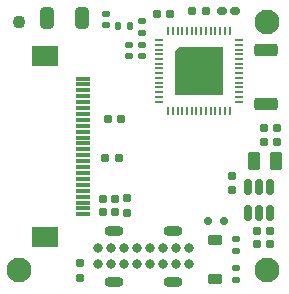
<source format=gts>
G04 #@! TF.GenerationSoftware,KiCad,Pcbnew,9.0.2*
G04 #@! TF.CreationDate,2025-12-01T11:38:31+01:00*
G04 #@! TF.ProjectId,PCB,5043422e-6b69-4636-9164-5f7063625858,rev?*
G04 #@! TF.SameCoordinates,Original*
G04 #@! TF.FileFunction,Soldermask,Top*
G04 #@! TF.FilePolarity,Negative*
%FSLAX46Y46*%
G04 Gerber Fmt 4.6, Leading zero omitted, Abs format (unit mm)*
G04 Created by KiCad (PCBNEW 9.0.2) date 2025-12-01 11:38:31*
%MOMM*%
%LPD*%
G01*
G04 APERTURE LIST*
G04 Aperture macros list*
%AMRoundRect*
0 Rectangle with rounded corners*
0 $1 Rounding radius*
0 $2 $3 $4 $5 $6 $7 $8 $9 X,Y pos of 4 corners*
0 Add a 4 corners polygon primitive as box body*
4,1,4,$2,$3,$4,$5,$6,$7,$8,$9,$2,$3,0*
0 Add four circle primitives for the rounded corners*
1,1,$1+$1,$2,$3*
1,1,$1+$1,$4,$5*
1,1,$1+$1,$6,$7*
1,1,$1+$1,$8,$9*
0 Add four rect primitives between the rounded corners*
20,1,$1+$1,$2,$3,$4,$5,0*
20,1,$1+$1,$4,$5,$6,$7,0*
20,1,$1+$1,$6,$7,$8,$9,0*
20,1,$1+$1,$8,$9,$2,$3,0*%
%AMOutline5P*
0 Free polygon, 5 corners , with rotation*
0 The origin of the aperture is its center*
0 number of corners: always 5*
0 $1 to $10 corner X, Y*
0 $11 Rotation angle, in degrees counterclockwise*
0 create outline with 5 corners*
4,1,5,$1,$2,$3,$4,$5,$6,$7,$8,$9,$10,$1,$2,$11*%
%AMOutline6P*
0 Free polygon, 6 corners , with rotation*
0 The origin of the aperture is its center*
0 number of corners: always 6*
0 $1 to $12 corner X, Y*
0 $13 Rotation angle, in degrees counterclockwise*
0 create outline with 6 corners*
4,1,6,$1,$2,$3,$4,$5,$6,$7,$8,$9,$10,$11,$12,$1,$2,$13*%
%AMOutline7P*
0 Free polygon, 7 corners , with rotation*
0 The origin of the aperture is its center*
0 number of corners: always 7*
0 $1 to $14 corner X, Y*
0 $15 Rotation angle, in degrees counterclockwise*
0 create outline with 7 corners*
4,1,7,$1,$2,$3,$4,$5,$6,$7,$8,$9,$10,$11,$12,$13,$14,$1,$2,$15*%
%AMOutline8P*
0 Free polygon, 8 corners , with rotation*
0 The origin of the aperture is its center*
0 number of corners: always 8*
0 $1 to $16 corner X, Y*
0 $17 Rotation angle, in degrees counterclockwise*
0 create outline with 8 corners*
4,1,8,$1,$2,$3,$4,$5,$6,$7,$8,$9,$10,$11,$12,$13,$14,$15,$16,$1,$2,$17*%
G04 Aperture macros list end*
%ADD10RoundRect,0.155000X0.212500X0.155000X-0.212500X0.155000X-0.212500X-0.155000X0.212500X-0.155000X0*%
%ADD11RoundRect,0.275000X-0.725000X0.275000X-0.725000X-0.275000X0.725000X-0.275000X0.725000X0.275000X0*%
%ADD12RoundRect,0.140000X0.170000X-0.140000X0.170000X0.140000X-0.170000X0.140000X-0.170000X-0.140000X0*%
%ADD13RoundRect,0.140000X-0.170000X0.140000X-0.170000X-0.140000X0.170000X-0.140000X0.170000X0.140000X0*%
%ADD14RoundRect,0.155000X0.155000X-0.212500X0.155000X0.212500X-0.155000X0.212500X-0.155000X-0.212500X0*%
%ADD15C,2.100000*%
%ADD16RoundRect,0.160000X-0.160000X0.197500X-0.160000X-0.197500X0.160000X-0.197500X0.160000X0.197500X0*%
%ADD17C,1.100000*%
%ADD18RoundRect,0.160000X0.222500X0.160000X-0.222500X0.160000X-0.222500X-0.160000X0.222500X-0.160000X0*%
%ADD19RoundRect,0.155000X-0.155000X0.212500X-0.155000X-0.212500X0.155000X-0.212500X0.155000X0.212500X0*%
%ADD20RoundRect,0.150000X-0.150000X-0.200000X0.150000X-0.200000X0.150000X0.200000X-0.150000X0.200000X0*%
%ADD21R,0.665000X0.200000*%
%ADD22R,0.200000X0.665000*%
%ADD23Outline5P,-2.000000X1.700000X-1.700000X2.000000X2.000000X2.000000X2.000000X-2.000000X-2.000000X-2.000000X0.000000*%
%ADD24C,0.800000*%
%ADD25O,1.600000X0.900000*%
%ADD26RoundRect,0.150000X0.150000X-0.512500X0.150000X0.512500X-0.150000X0.512500X-0.150000X-0.512500X0*%
%ADD27RoundRect,0.155000X-0.212500X-0.155000X0.212500X-0.155000X0.212500X0.155000X-0.212500X0.155000X0*%
%ADD28RoundRect,0.150000X-0.350000X-0.650000X0.350000X-0.650000X0.350000X0.650000X-0.350000X0.650000X0*%
%ADD29R,1.300000X0.300000*%
%ADD30R,2.200000X1.800000*%
%ADD31RoundRect,0.250000X0.325000X0.650000X-0.325000X0.650000X-0.325000X-0.650000X0.325000X-0.650000X0*%
%ADD32RoundRect,0.225000X-0.375000X0.225000X-0.375000X-0.225000X0.375000X-0.225000X0.375000X0.225000X0*%
%ADD33RoundRect,0.160000X-0.197500X-0.160000X0.197500X-0.160000X0.197500X0.160000X-0.197500X0.160000X0*%
%ADD34RoundRect,0.147500X-0.147500X-0.172500X0.147500X-0.172500X0.147500X0.172500X-0.147500X0.172500X0*%
G04 APERTURE END LIST*
D10*
X110722500Y-108237500D03*
X109587500Y-108237500D03*
D11*
X110375000Y-91800000D03*
X110375000Y-96400000D03*
D10*
X97917500Y-101000000D03*
X96782500Y-101000000D03*
D12*
X99900000Y-90380000D03*
X99900000Y-89420000D03*
D13*
X96800000Y-88770000D03*
X96800000Y-89730000D03*
D14*
X107500000Y-103667500D03*
X107500000Y-102532500D03*
D15*
X110500000Y-89500000D03*
D16*
X94600000Y-109905000D03*
X94600000Y-111100000D03*
D17*
X89500000Y-89500000D03*
D18*
X107772500Y-88500000D03*
X106627500Y-88500000D03*
D19*
X96600000Y-104432500D03*
X96600000Y-105567500D03*
D20*
X106850000Y-106350000D03*
X105450000Y-106350000D03*
D13*
X107875000Y-110320000D03*
X107875000Y-111280000D03*
D21*
X101292000Y-91000001D03*
X101292000Y-91400001D03*
X101292000Y-91800001D03*
X101292000Y-92200001D03*
X101292000Y-92600001D03*
X101292000Y-93000001D03*
X101292000Y-93400001D03*
X101292000Y-93800001D03*
X101292000Y-94200001D03*
X101292000Y-94600001D03*
X101292000Y-95000001D03*
X101292000Y-95400001D03*
X101292000Y-95800001D03*
X101292000Y-96200001D03*
D22*
X102100000Y-97008001D03*
X102500000Y-97008001D03*
X102900000Y-97008001D03*
X103300000Y-97008001D03*
X103700000Y-97008001D03*
X104100000Y-97008001D03*
X104500000Y-97008001D03*
X104900000Y-97008001D03*
X105300000Y-97008001D03*
X105700000Y-97008001D03*
X106100000Y-97008001D03*
X106500000Y-97008001D03*
X106900000Y-97008001D03*
X107300000Y-97008001D03*
D21*
X108108000Y-96200001D03*
X108108000Y-95800001D03*
X108108000Y-95400001D03*
X108108000Y-95000001D03*
X108108000Y-94600001D03*
X108108000Y-94200001D03*
X108108000Y-93800001D03*
X108108000Y-93400001D03*
X108108000Y-93000001D03*
X108108000Y-92600001D03*
X108108000Y-92200001D03*
X108108000Y-91800001D03*
X108108000Y-91400001D03*
X108108000Y-91000001D03*
D22*
X107300000Y-90192001D03*
X106900000Y-90192001D03*
X106500000Y-90192001D03*
X106100000Y-90192001D03*
X105700000Y-90192001D03*
X105300000Y-90192001D03*
X104900000Y-90192001D03*
X104500000Y-90192001D03*
X104100000Y-90192001D03*
X103700000Y-90192001D03*
X103300000Y-90192001D03*
X102900000Y-90192001D03*
X102500000Y-90192001D03*
X102100000Y-90192001D03*
D23*
X104700000Y-93600001D03*
D10*
X110730000Y-107187500D03*
X109595000Y-107187500D03*
D15*
X89500000Y-110500000D03*
X110500000Y-110500000D03*
D13*
X99900000Y-91420000D03*
X99900000Y-92380000D03*
D24*
X96150000Y-108625000D03*
X97250000Y-108625000D03*
X98350000Y-108625000D03*
X99450000Y-108625000D03*
X100550000Y-108625000D03*
X101650000Y-108625000D03*
X102750000Y-108625000D03*
X103850000Y-108625000D03*
X103850000Y-109975000D03*
X102750000Y-109975000D03*
X101650000Y-109975000D03*
X100550000Y-109975000D03*
X99450000Y-109975000D03*
X98350000Y-109975000D03*
X97250000Y-109975000D03*
X96150000Y-109975000D03*
D25*
X97500000Y-107150000D03*
X97500000Y-111450000D03*
X102500000Y-107150000D03*
X102500000Y-111450000D03*
D26*
X108850000Y-105675000D03*
X109800000Y-105675000D03*
X110750000Y-105675000D03*
X110750000Y-103400000D03*
X109800000Y-103400000D03*
X108850000Y-103400000D03*
D27*
X110182500Y-99600000D03*
X111317500Y-99600000D03*
D28*
X109350000Y-101250000D03*
X111250000Y-101250000D03*
D16*
X98600000Y-104402500D03*
X98600000Y-105597500D03*
D12*
X98800000Y-92380000D03*
X98800000Y-91420000D03*
D27*
X101132500Y-88750000D03*
X102267500Y-88750000D03*
D12*
X107875000Y-108830000D03*
X107875000Y-107870000D03*
D27*
X110182500Y-98450000D03*
X111317500Y-98450000D03*
D29*
X94910000Y-105750000D03*
X94910000Y-105250000D03*
X94910000Y-104750000D03*
X94910000Y-104250000D03*
X94910000Y-103750000D03*
X94910000Y-103250000D03*
X94910000Y-102750000D03*
X94910000Y-102250000D03*
X94910000Y-101750000D03*
X94910000Y-101250000D03*
X94910000Y-100750000D03*
X94910000Y-100250000D03*
X94910000Y-99750000D03*
X94910000Y-99250000D03*
X94910000Y-98750000D03*
X94910000Y-98250000D03*
X94910000Y-97750000D03*
X94910000Y-97250000D03*
X94910000Y-96750000D03*
X94910000Y-96250000D03*
X94910000Y-95750000D03*
X94910000Y-95250000D03*
X94910000Y-94750000D03*
X94910000Y-94250000D03*
D30*
X91660000Y-92350000D03*
X91660000Y-107650000D03*
D10*
X98117500Y-97650000D03*
X96982500Y-97650000D03*
D31*
X94825000Y-89125000D03*
X91875000Y-89125000D03*
D32*
X106075000Y-107950000D03*
X106075000Y-111250000D03*
D33*
X104105000Y-88500000D03*
X105300000Y-88500000D03*
D19*
X97600000Y-104432500D03*
X97600000Y-105567500D03*
D34*
X97865000Y-89800000D03*
X98835000Y-89800000D03*
M02*

</source>
